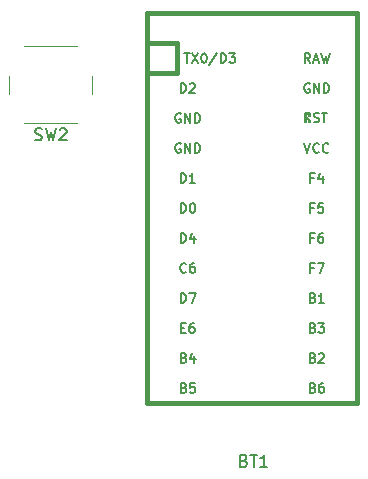
<source format=gto>
G04 #@! TF.GenerationSoftware,KiCad,Pcbnew,(5.1.4-0)*
G04 #@! TF.CreationDate,2020-10-31T16:51:09+08:00*
G04 #@! TF.ProjectId,ahokore,61686f6b-6f72-4652-9e6b-696361645f70,rev?*
G04 #@! TF.SameCoordinates,Original*
G04 #@! TF.FileFunction,Legend,Top*
G04 #@! TF.FilePolarity,Positive*
%FSLAX46Y46*%
G04 Gerber Fmt 4.6, Leading zero omitted, Abs format (unit mm)*
G04 Created by KiCad (PCBNEW (5.1.4-0)) date 2020-10-31 16:51:09*
%MOMM*%
%LPD*%
G04 APERTURE LIST*
%ADD10C,0.381000*%
%ADD11C,0.150000*%
%ADD12C,0.120000*%
%ADD13C,0.010000*%
%ADD14C,4.502000*%
%ADD15C,1.802000*%
%ADD16C,2.102000*%
%ADD17C,3.502000*%
%ADD18C,1.302000*%
%ADD19C,1.702000*%
%ADD20C,0.100000*%
%ADD21C,1.854600*%
%ADD22R,1.854600X1.854600*%
%ADD23C,2.352000*%
%ADD24C,1.352000*%
%ADD25C,2.402000*%
G04 APERTURE END LIST*
D10*
X-6025000Y90790000D02*
X-8565000Y90790000D01*
X-8565000Y93330000D02*
X-8565000Y90790000D01*
X9215000Y93330000D02*
X-8565000Y93330000D01*
X9215000Y90790000D02*
X9215000Y93330000D01*
D11*
G36*
X5256568Y84310640D02*
G01*
X5256568Y84110640D01*
X5156568Y84110640D01*
X5156568Y84310640D01*
X5256568Y84310640D01*
G37*
X5256568Y84310640D02*
X5256568Y84110640D01*
X5156568Y84110640D01*
X5156568Y84310640D01*
X5256568Y84310640D01*
G36*
X4856568Y84910640D02*
G01*
X4856568Y84110640D01*
X4756568Y84110640D01*
X4756568Y84910640D01*
X4856568Y84910640D01*
G37*
X4856568Y84910640D02*
X4856568Y84110640D01*
X4756568Y84110640D01*
X4756568Y84910640D01*
X4856568Y84910640D01*
G36*
X5256568Y84910640D02*
G01*
X5256568Y84810640D01*
X4756568Y84810640D01*
X4756568Y84910640D01*
X5256568Y84910640D01*
G37*
X5256568Y84910640D02*
X5256568Y84810640D01*
X4756568Y84810640D01*
X4756568Y84910640D01*
X5256568Y84910640D01*
G36*
X5056568Y84510640D02*
G01*
X5056568Y84410640D01*
X4956568Y84410640D01*
X4956568Y84510640D01*
X5056568Y84510640D01*
G37*
X5056568Y84510640D02*
X5056568Y84410640D01*
X4956568Y84410640D01*
X4956568Y84510640D01*
X5056568Y84510640D01*
G36*
X5256568Y84910640D02*
G01*
X5256568Y84610640D01*
X5156568Y84610640D01*
X5156568Y84910640D01*
X5256568Y84910640D01*
G37*
X5256568Y84910640D02*
X5256568Y84610640D01*
X5156568Y84610640D01*
X5156568Y84910640D01*
X5256568Y84910640D01*
D10*
X-6025000Y88250000D02*
X-8565000Y88250000D01*
X-6025000Y90790000D02*
X-6025000Y88250000D01*
X9215000Y60310000D02*
X9215000Y90790000D01*
X-8565000Y60310000D02*
X9215000Y60310000D01*
X-8565000Y90790000D02*
X-8565000Y60310000D01*
D12*
X-20227393Y88040403D02*
X-20227393Y86540403D01*
X-18977393Y84040403D02*
X-14477393Y84040403D01*
X-13227393Y86540403D02*
X-13227393Y88040403D01*
X-14477393Y90540403D02*
X-18977393Y90540403D01*
D11*
X-5437348Y89958095D02*
X-4980205Y89958095D01*
X-5208776Y89158095D02*
X-5208776Y89958095D01*
X-4789729Y89958095D02*
X-4256395Y89158095D01*
X-4256395Y89958095D02*
X-4789729Y89158095D01*
X-3799252Y89958095D02*
X-3723062Y89958095D01*
X-3646871Y89920000D01*
X-3608776Y89881904D01*
X-3570681Y89805714D01*
X-3532586Y89653333D01*
X-3532586Y89462857D01*
X-3570681Y89310476D01*
X-3608776Y89234285D01*
X-3646871Y89196190D01*
X-3723062Y89158095D01*
X-3799252Y89158095D01*
X-3875443Y89196190D01*
X-3913538Y89234285D01*
X-3951633Y89310476D01*
X-3989729Y89462857D01*
X-3989729Y89653333D01*
X-3951633Y89805714D01*
X-3913538Y89881904D01*
X-3875443Y89920000D01*
X-3799252Y89958095D01*
X-2618300Y89996190D02*
X-3304014Y88967619D01*
X-2351633Y89158095D02*
X-2351633Y89958095D01*
X-2161157Y89958095D01*
X-2046872Y89920000D01*
X-1970681Y89843809D01*
X-1932586Y89767619D01*
X-1894491Y89615238D01*
X-1894491Y89500952D01*
X-1932586Y89348571D01*
X-1970681Y89272380D01*
X-2046872Y89196190D01*
X-2161157Y89158095D01*
X-2351633Y89158095D01*
X-1627824Y89958095D02*
X-1132586Y89958095D01*
X-1399252Y89653333D01*
X-1284967Y89653333D01*
X-1208776Y89615238D01*
X-1170681Y89577142D01*
X-1132586Y89500952D01*
X-1132586Y89310476D01*
X-1170681Y89234285D01*
X-1208776Y89196190D01*
X-1284967Y89158095D01*
X-1513538Y89158095D01*
X-1589729Y89196190D01*
X-1627824Y89234285D01*
X-5726476Y86618095D02*
X-5726476Y87418095D01*
X-5536000Y87418095D01*
X-5421714Y87380000D01*
X-5345523Y87303809D01*
X-5307428Y87227619D01*
X-5269333Y87075238D01*
X-5269333Y86960952D01*
X-5307428Y86808571D01*
X-5345523Y86732380D01*
X-5421714Y86656190D01*
X-5536000Y86618095D01*
X-5726476Y86618095D01*
X-4964571Y87341904D02*
X-4926476Y87380000D01*
X-4850285Y87418095D01*
X-4659809Y87418095D01*
X-4583619Y87380000D01*
X-4545523Y87341904D01*
X-4507428Y87265714D01*
X-4507428Y87189523D01*
X-4545523Y87075238D01*
X-5002666Y86618095D01*
X-4507428Y86618095D01*
X-5726476Y76458095D02*
X-5726476Y77258095D01*
X-5536000Y77258095D01*
X-5421714Y77220000D01*
X-5345523Y77143809D01*
X-5307428Y77067619D01*
X-5269333Y76915238D01*
X-5269333Y76800952D01*
X-5307428Y76648571D01*
X-5345523Y76572380D01*
X-5421714Y76496190D01*
X-5536000Y76458095D01*
X-5726476Y76458095D01*
X-4774095Y77258095D02*
X-4697904Y77258095D01*
X-4621714Y77220000D01*
X-4583619Y77181904D01*
X-4545523Y77105714D01*
X-4507428Y76953333D01*
X-4507428Y76762857D01*
X-4545523Y76610476D01*
X-4583619Y76534285D01*
X-4621714Y76496190D01*
X-4697904Y76458095D01*
X-4774095Y76458095D01*
X-4850285Y76496190D01*
X-4888380Y76534285D01*
X-4926476Y76610476D01*
X-4964571Y76762857D01*
X-4964571Y76953333D01*
X-4926476Y77105714D01*
X-4888380Y77181904D01*
X-4850285Y77220000D01*
X-4774095Y77258095D01*
X-5726476Y78998095D02*
X-5726476Y79798095D01*
X-5536000Y79798095D01*
X-5421714Y79760000D01*
X-5345523Y79683809D01*
X-5307428Y79607619D01*
X-5269333Y79455238D01*
X-5269333Y79340952D01*
X-5307428Y79188571D01*
X-5345523Y79112380D01*
X-5421714Y79036190D01*
X-5536000Y78998095D01*
X-5726476Y78998095D01*
X-4507428Y78998095D02*
X-4964571Y78998095D01*
X-4736000Y78998095D02*
X-4736000Y79798095D01*
X-4812190Y79683809D01*
X-4888380Y79607619D01*
X-4964571Y79569523D01*
X-5745523Y82300000D02*
X-5821714Y82338095D01*
X-5936000Y82338095D01*
X-6050285Y82300000D01*
X-6126476Y82223809D01*
X-6164571Y82147619D01*
X-6202666Y81995238D01*
X-6202666Y81880952D01*
X-6164571Y81728571D01*
X-6126476Y81652380D01*
X-6050285Y81576190D01*
X-5936000Y81538095D01*
X-5859809Y81538095D01*
X-5745523Y81576190D01*
X-5707428Y81614285D01*
X-5707428Y81880952D01*
X-5859809Y81880952D01*
X-5364571Y81538095D02*
X-5364571Y82338095D01*
X-4907428Y81538095D01*
X-4907428Y82338095D01*
X-4526476Y81538095D02*
X-4526476Y82338095D01*
X-4336000Y82338095D01*
X-4221714Y82300000D01*
X-4145523Y82223809D01*
X-4107428Y82147619D01*
X-4069333Y81995238D01*
X-4069333Y81880952D01*
X-4107428Y81728571D01*
X-4145523Y81652380D01*
X-4221714Y81576190D01*
X-4336000Y81538095D01*
X-4526476Y81538095D01*
X-5745523Y84840000D02*
X-5821714Y84878095D01*
X-5936000Y84878095D01*
X-6050285Y84840000D01*
X-6126476Y84763809D01*
X-6164571Y84687619D01*
X-6202666Y84535238D01*
X-6202666Y84420952D01*
X-6164571Y84268571D01*
X-6126476Y84192380D01*
X-6050285Y84116190D01*
X-5936000Y84078095D01*
X-5859809Y84078095D01*
X-5745523Y84116190D01*
X-5707428Y84154285D01*
X-5707428Y84420952D01*
X-5859809Y84420952D01*
X-5364571Y84078095D02*
X-5364571Y84878095D01*
X-4907428Y84078095D01*
X-4907428Y84878095D01*
X-4526476Y84078095D02*
X-4526476Y84878095D01*
X-4336000Y84878095D01*
X-4221714Y84840000D01*
X-4145523Y84763809D01*
X-4107428Y84687619D01*
X-4069333Y84535238D01*
X-4069333Y84420952D01*
X-4107428Y84268571D01*
X-4145523Y84192380D01*
X-4221714Y84116190D01*
X-4336000Y84078095D01*
X-4526476Y84078095D01*
X-5726476Y73918095D02*
X-5726476Y74718095D01*
X-5536000Y74718095D01*
X-5421714Y74680000D01*
X-5345523Y74603809D01*
X-5307428Y74527619D01*
X-5269333Y74375238D01*
X-5269333Y74260952D01*
X-5307428Y74108571D01*
X-5345523Y74032380D01*
X-5421714Y73956190D01*
X-5536000Y73918095D01*
X-5726476Y73918095D01*
X-4583619Y74451428D02*
X-4583619Y73918095D01*
X-4774095Y74756190D02*
X-4964571Y74184761D01*
X-4469333Y74184761D01*
X-5269333Y71454285D02*
X-5307428Y71416190D01*
X-5421714Y71378095D01*
X-5497904Y71378095D01*
X-5612190Y71416190D01*
X-5688380Y71492380D01*
X-5726476Y71568571D01*
X-5764571Y71720952D01*
X-5764571Y71835238D01*
X-5726476Y71987619D01*
X-5688380Y72063809D01*
X-5612190Y72140000D01*
X-5497904Y72178095D01*
X-5421714Y72178095D01*
X-5307428Y72140000D01*
X-5269333Y72101904D01*
X-4583619Y72178095D02*
X-4736000Y72178095D01*
X-4812190Y72140000D01*
X-4850285Y72101904D01*
X-4926476Y71987619D01*
X-4964571Y71835238D01*
X-4964571Y71530476D01*
X-4926476Y71454285D01*
X-4888380Y71416190D01*
X-4812190Y71378095D01*
X-4659809Y71378095D01*
X-4583619Y71416190D01*
X-4545523Y71454285D01*
X-4507428Y71530476D01*
X-4507428Y71720952D01*
X-4545523Y71797142D01*
X-4583619Y71835238D01*
X-4659809Y71873333D01*
X-4812190Y71873333D01*
X-4888380Y71835238D01*
X-4926476Y71797142D01*
X-4964571Y71720952D01*
X-5726476Y68838095D02*
X-5726476Y69638095D01*
X-5536000Y69638095D01*
X-5421714Y69600000D01*
X-5345523Y69523809D01*
X-5307428Y69447619D01*
X-5269333Y69295238D01*
X-5269333Y69180952D01*
X-5307428Y69028571D01*
X-5345523Y68952380D01*
X-5421714Y68876190D01*
X-5536000Y68838095D01*
X-5726476Y68838095D01*
X-5002666Y69638095D02*
X-4469333Y69638095D01*
X-4812190Y68838095D01*
X-5688380Y66717142D02*
X-5421714Y66717142D01*
X-5307428Y66298095D02*
X-5688380Y66298095D01*
X-5688380Y67098095D01*
X-5307428Y67098095D01*
X-4621714Y67098095D02*
X-4774095Y67098095D01*
X-4850285Y67060000D01*
X-4888380Y67021904D01*
X-4964571Y66907619D01*
X-5002666Y66755238D01*
X-5002666Y66450476D01*
X-4964571Y66374285D01*
X-4926476Y66336190D01*
X-4850285Y66298095D01*
X-4697904Y66298095D01*
X-4621714Y66336190D01*
X-4583619Y66374285D01*
X-4545523Y66450476D01*
X-4545523Y66640952D01*
X-4583619Y66717142D01*
X-4621714Y66755238D01*
X-4697904Y66793333D01*
X-4850285Y66793333D01*
X-4926476Y66755238D01*
X-4964571Y66717142D01*
X-5002666Y66640952D01*
X-5459809Y64177142D02*
X-5345523Y64139047D01*
X-5307428Y64100952D01*
X-5269333Y64024761D01*
X-5269333Y63910476D01*
X-5307428Y63834285D01*
X-5345523Y63796190D01*
X-5421714Y63758095D01*
X-5726476Y63758095D01*
X-5726476Y64558095D01*
X-5459809Y64558095D01*
X-5383619Y64520000D01*
X-5345523Y64481904D01*
X-5307428Y64405714D01*
X-5307428Y64329523D01*
X-5345523Y64253333D01*
X-5383619Y64215238D01*
X-5459809Y64177142D01*
X-5726476Y64177142D01*
X-4583619Y64291428D02*
X-4583619Y63758095D01*
X-4774095Y64596190D02*
X-4964571Y64024761D01*
X-4469333Y64024761D01*
X-5459809Y61637142D02*
X-5345523Y61599047D01*
X-5307428Y61560952D01*
X-5269333Y61484761D01*
X-5269333Y61370476D01*
X-5307428Y61294285D01*
X-5345523Y61256190D01*
X-5421714Y61218095D01*
X-5726476Y61218095D01*
X-5726476Y62018095D01*
X-5459809Y62018095D01*
X-5383619Y61980000D01*
X-5345523Y61941904D01*
X-5307428Y61865714D01*
X-5307428Y61789523D01*
X-5345523Y61713333D01*
X-5383619Y61675238D01*
X-5459809Y61637142D01*
X-5726476Y61637142D01*
X-4545523Y62018095D02*
X-4926476Y62018095D01*
X-4964571Y61637142D01*
X-4926476Y61675238D01*
X-4850285Y61713333D01*
X-4659809Y61713333D01*
X-4583619Y61675238D01*
X-4545523Y61637142D01*
X-4507428Y61560952D01*
X-4507428Y61370476D01*
X-4545523Y61294285D01*
X-4583619Y61256190D01*
X-4659809Y61218095D01*
X-4850285Y61218095D01*
X-4926476Y61256190D01*
X-4964571Y61294285D01*
X5462190Y61637142D02*
X5576476Y61599047D01*
X5614571Y61560952D01*
X5652666Y61484761D01*
X5652666Y61370476D01*
X5614571Y61294285D01*
X5576476Y61256190D01*
X5500285Y61218095D01*
X5195523Y61218095D01*
X5195523Y62018095D01*
X5462190Y62018095D01*
X5538380Y61980000D01*
X5576476Y61941904D01*
X5614571Y61865714D01*
X5614571Y61789523D01*
X5576476Y61713333D01*
X5538380Y61675238D01*
X5462190Y61637142D01*
X5195523Y61637142D01*
X6338380Y62018095D02*
X6186000Y62018095D01*
X6109809Y61980000D01*
X6071714Y61941904D01*
X5995523Y61827619D01*
X5957428Y61675238D01*
X5957428Y61370476D01*
X5995523Y61294285D01*
X6033619Y61256190D01*
X6109809Y61218095D01*
X6262190Y61218095D01*
X6338380Y61256190D01*
X6376476Y61294285D01*
X6414571Y61370476D01*
X6414571Y61560952D01*
X6376476Y61637142D01*
X6338380Y61675238D01*
X6262190Y61713333D01*
X6109809Y61713333D01*
X6033619Y61675238D01*
X5995523Y61637142D01*
X5957428Y61560952D01*
X5462190Y66717142D02*
X5576476Y66679047D01*
X5614571Y66640952D01*
X5652666Y66564761D01*
X5652666Y66450476D01*
X5614571Y66374285D01*
X5576476Y66336190D01*
X5500285Y66298095D01*
X5195523Y66298095D01*
X5195523Y67098095D01*
X5462190Y67098095D01*
X5538380Y67060000D01*
X5576476Y67021904D01*
X5614571Y66945714D01*
X5614571Y66869523D01*
X5576476Y66793333D01*
X5538380Y66755238D01*
X5462190Y66717142D01*
X5195523Y66717142D01*
X5919333Y67098095D02*
X6414571Y67098095D01*
X6147904Y66793333D01*
X6262190Y66793333D01*
X6338380Y66755238D01*
X6376476Y66717142D01*
X6414571Y66640952D01*
X6414571Y66450476D01*
X6376476Y66374285D01*
X6338380Y66336190D01*
X6262190Y66298095D01*
X6033619Y66298095D01*
X5957428Y66336190D01*
X5919333Y66374285D01*
X5462190Y69257142D02*
X5576476Y69219047D01*
X5614571Y69180952D01*
X5652666Y69104761D01*
X5652666Y68990476D01*
X5614571Y68914285D01*
X5576476Y68876190D01*
X5500285Y68838095D01*
X5195523Y68838095D01*
X5195523Y69638095D01*
X5462190Y69638095D01*
X5538380Y69600000D01*
X5576476Y69561904D01*
X5614571Y69485714D01*
X5614571Y69409523D01*
X5576476Y69333333D01*
X5538380Y69295238D01*
X5462190Y69257142D01*
X5195523Y69257142D01*
X6414571Y68838095D02*
X5957428Y68838095D01*
X6186000Y68838095D02*
X6186000Y69638095D01*
X6109809Y69523809D01*
X6033619Y69447619D01*
X5957428Y69409523D01*
X5519333Y79417142D02*
X5252666Y79417142D01*
X5252666Y78998095D02*
X5252666Y79798095D01*
X5633619Y79798095D01*
X6281238Y79531428D02*
X6281238Y78998095D01*
X6090761Y79836190D02*
X5900285Y79264761D01*
X6395523Y79264761D01*
X4719333Y82338095D02*
X4986000Y81538095D01*
X5252666Y82338095D01*
X5976476Y81614285D02*
X5938380Y81576190D01*
X5824095Y81538095D01*
X5747904Y81538095D01*
X5633619Y81576190D01*
X5557428Y81652380D01*
X5519333Y81728571D01*
X5481238Y81880952D01*
X5481238Y81995238D01*
X5519333Y82147619D01*
X5557428Y82223809D01*
X5633619Y82300000D01*
X5747904Y82338095D01*
X5824095Y82338095D01*
X5938380Y82300000D01*
X5976476Y82261904D01*
X6776476Y81614285D02*
X6738380Y81576190D01*
X6624095Y81538095D01*
X6547904Y81538095D01*
X6433619Y81576190D01*
X6357428Y81652380D01*
X6319333Y81728571D01*
X6281238Y81880952D01*
X6281238Y81995238D01*
X6319333Y82147619D01*
X6357428Y82223809D01*
X6433619Y82300000D01*
X6547904Y82338095D01*
X6624095Y82338095D01*
X6738380Y82300000D01*
X6776476Y82261904D01*
X5524786Y84146190D02*
X5639072Y84108095D01*
X5829548Y84108095D01*
X5905739Y84146190D01*
X5943834Y84184285D01*
X5981929Y84260476D01*
X5981929Y84336666D01*
X5943834Y84412857D01*
X5905739Y84450952D01*
X5829548Y84489047D01*
X5677167Y84527142D01*
X5600977Y84565238D01*
X5562881Y84603333D01*
X5524786Y84679523D01*
X5524786Y84755714D01*
X5562881Y84831904D01*
X5600977Y84870000D01*
X5677167Y84908095D01*
X5867643Y84908095D01*
X5981929Y84870000D01*
X6210500Y84908095D02*
X6667643Y84908095D01*
X6439072Y84108095D02*
X6439072Y84908095D01*
X5176476Y87380000D02*
X5100285Y87418095D01*
X4986000Y87418095D01*
X4871714Y87380000D01*
X4795523Y87303809D01*
X4757428Y87227619D01*
X4719333Y87075238D01*
X4719333Y86960952D01*
X4757428Y86808571D01*
X4795523Y86732380D01*
X4871714Y86656190D01*
X4986000Y86618095D01*
X5062190Y86618095D01*
X5176476Y86656190D01*
X5214571Y86694285D01*
X5214571Y86960952D01*
X5062190Y86960952D01*
X5557428Y86618095D02*
X5557428Y87418095D01*
X6014571Y86618095D01*
X6014571Y87418095D01*
X6395523Y86618095D02*
X6395523Y87418095D01*
X6585999Y87418095D01*
X6700285Y87380000D01*
X6776476Y87303809D01*
X6814571Y87227619D01*
X6852666Y87075238D01*
X6852666Y86960952D01*
X6814571Y86808571D01*
X6776476Y86732380D01*
X6700285Y86656190D01*
X6585999Y86618095D01*
X6395523Y86618095D01*
X5233619Y89158095D02*
X4966952Y89539047D01*
X4776476Y89158095D02*
X4776476Y89958095D01*
X5081238Y89958095D01*
X5157428Y89920000D01*
X5195523Y89881904D01*
X5233619Y89805714D01*
X5233619Y89691428D01*
X5195523Y89615238D01*
X5157428Y89577142D01*
X5081238Y89539047D01*
X4776476Y89539047D01*
X5538380Y89386666D02*
X5919333Y89386666D01*
X5462190Y89158095D02*
X5728857Y89958095D01*
X5995523Y89158095D01*
X6186000Y89958095D02*
X6376476Y89158095D01*
X6528857Y89729523D01*
X6681238Y89158095D01*
X6871714Y89958095D01*
X5519333Y76877142D02*
X5252666Y76877142D01*
X5252666Y76458095D02*
X5252666Y77258095D01*
X5633619Y77258095D01*
X6319333Y77258095D02*
X5938380Y77258095D01*
X5900285Y76877142D01*
X5938380Y76915238D01*
X6014571Y76953333D01*
X6205047Y76953333D01*
X6281238Y76915238D01*
X6319333Y76877142D01*
X6357428Y76800952D01*
X6357428Y76610476D01*
X6319333Y76534285D01*
X6281238Y76496190D01*
X6205047Y76458095D01*
X6014571Y76458095D01*
X5938380Y76496190D01*
X5900285Y76534285D01*
X5519333Y74337142D02*
X5252666Y74337142D01*
X5252666Y73918095D02*
X5252666Y74718095D01*
X5633619Y74718095D01*
X6281238Y74718095D02*
X6128857Y74718095D01*
X6052666Y74680000D01*
X6014571Y74641904D01*
X5938380Y74527619D01*
X5900285Y74375238D01*
X5900285Y74070476D01*
X5938380Y73994285D01*
X5976476Y73956190D01*
X6052666Y73918095D01*
X6205047Y73918095D01*
X6281238Y73956190D01*
X6319333Y73994285D01*
X6357428Y74070476D01*
X6357428Y74260952D01*
X6319333Y74337142D01*
X6281238Y74375238D01*
X6205047Y74413333D01*
X6052666Y74413333D01*
X5976476Y74375238D01*
X5938380Y74337142D01*
X5900285Y74260952D01*
X5519333Y71797142D02*
X5252666Y71797142D01*
X5252666Y71378095D02*
X5252666Y72178095D01*
X5633619Y72178095D01*
X5862190Y72178095D02*
X6395523Y72178095D01*
X6052666Y71378095D01*
X5462190Y64177142D02*
X5576476Y64139047D01*
X5614571Y64100952D01*
X5652666Y64024761D01*
X5652666Y63910476D01*
X5614571Y63834285D01*
X5576476Y63796190D01*
X5500285Y63758095D01*
X5195523Y63758095D01*
X5195523Y64558095D01*
X5462190Y64558095D01*
X5538380Y64520000D01*
X5576476Y64481904D01*
X5614571Y64405714D01*
X5614571Y64329523D01*
X5576476Y64253333D01*
X5538380Y64215238D01*
X5462190Y64177142D01*
X5195523Y64177142D01*
X5957428Y64481904D02*
X5995523Y64520000D01*
X6071714Y64558095D01*
X6262190Y64558095D01*
X6338380Y64520000D01*
X6376476Y64481904D01*
X6414571Y64405714D01*
X6414571Y64329523D01*
X6376476Y64215238D01*
X5919333Y63758095D01*
X6414571Y63758095D01*
X-18060726Y82635641D02*
X-17917869Y82588022D01*
X-17679773Y82588022D01*
X-17584535Y82635641D01*
X-17536916Y82683260D01*
X-17489297Y82778498D01*
X-17489297Y82873736D01*
X-17536916Y82968974D01*
X-17584535Y83016593D01*
X-17679773Y83064212D01*
X-17870250Y83111831D01*
X-17965488Y83159450D01*
X-18013107Y83207069D01*
X-18060726Y83302307D01*
X-18060726Y83397545D01*
X-18013107Y83492783D01*
X-17965488Y83540403D01*
X-17870250Y83588022D01*
X-17632154Y83588022D01*
X-17489297Y83540403D01*
X-17155964Y83588022D02*
X-16917869Y82588022D01*
X-16727392Y83302307D01*
X-16536916Y82588022D01*
X-16298821Y83588022D01*
X-15965488Y83492783D02*
X-15917869Y83540403D01*
X-15822631Y83588022D01*
X-15584535Y83588022D01*
X-15489297Y83540403D01*
X-15441678Y83492783D01*
X-15394059Y83397545D01*
X-15394059Y83302307D01*
X-15441678Y83159450D01*
X-16013107Y82588022D01*
X-15394059Y82588022D01*
X-360714Y55471428D02*
X-217857Y55423809D01*
X-170238Y55376190D01*
X-122619Y55280952D01*
X-122619Y55138095D01*
X-170238Y55042857D01*
X-217857Y54995238D01*
X-313095Y54947619D01*
X-694047Y54947619D01*
X-694047Y55947619D01*
X-360714Y55947619D01*
X-265476Y55900000D01*
X-217857Y55852380D01*
X-170238Y55757142D01*
X-170238Y55661904D01*
X-217857Y55566666D01*
X-265476Y55519047D01*
X-360714Y55471428D01*
X-694047Y55471428D01*
X163095Y55947619D02*
X734523Y55947619D01*
X448809Y54947619D02*
X448809Y55947619D01*
X1591666Y54947619D02*
X1020238Y54947619D01*
X1305952Y54947619D02*
X1305952Y55947619D01*
X1210714Y55804761D01*
X1115476Y55709523D01*
X1020238Y55661904D01*
%LPC*%
D13*
G36*
X10514664Y13214243D02*
G01*
X10618431Y13196590D01*
X10719096Y13160505D01*
X10737457Y13151912D01*
X10842477Y13089618D01*
X10935302Y13011379D01*
X11013683Y12919884D01*
X11075369Y12817825D01*
X11118107Y12707890D01*
X11122539Y12691682D01*
X11133177Y12631395D01*
X11138692Y12557940D01*
X11139089Y12479592D01*
X11134373Y12404628D01*
X11124547Y12341323D01*
X11122340Y12332205D01*
X11081728Y12217255D01*
X11023545Y12113774D01*
X10949801Y12023094D01*
X10862504Y11946544D01*
X10763662Y11885454D01*
X10655286Y11841155D01*
X10539382Y11814978D01*
X10417960Y11808252D01*
X10340582Y11814461D01*
X10234872Y11838927D01*
X10131283Y11882605D01*
X10034386Y11942797D01*
X9948750Y12016804D01*
X9897265Y12076289D01*
X9831202Y12180654D01*
X9785174Y12291017D01*
X9758783Y12405093D01*
X9751630Y12520597D01*
X9763316Y12635244D01*
X9793444Y12746750D01*
X9841615Y12852829D01*
X9907429Y12951196D01*
X9990490Y13039567D01*
X10076999Y13106893D01*
X10171561Y13159939D01*
X10271083Y13194688D01*
X10380952Y13212926D01*
X10401878Y13214568D01*
X10514664Y13214243D01*
X10514664Y13214243D01*
G37*
X10514664Y13214243D02*
X10618431Y13196590D01*
X10719096Y13160505D01*
X10737457Y13151912D01*
X10842477Y13089618D01*
X10935302Y13011379D01*
X11013683Y12919884D01*
X11075369Y12817825D01*
X11118107Y12707890D01*
X11122539Y12691682D01*
X11133177Y12631395D01*
X11138692Y12557940D01*
X11139089Y12479592D01*
X11134373Y12404628D01*
X11124547Y12341323D01*
X11122340Y12332205D01*
X11081728Y12217255D01*
X11023545Y12113774D01*
X10949801Y12023094D01*
X10862504Y11946544D01*
X10763662Y11885454D01*
X10655286Y11841155D01*
X10539382Y11814978D01*
X10417960Y11808252D01*
X10340582Y11814461D01*
X10234872Y11838927D01*
X10131283Y11882605D01*
X10034386Y11942797D01*
X9948750Y12016804D01*
X9897265Y12076289D01*
X9831202Y12180654D01*
X9785174Y12291017D01*
X9758783Y12405093D01*
X9751630Y12520597D01*
X9763316Y12635244D01*
X9793444Y12746750D01*
X9841615Y12852829D01*
X9907429Y12951196D01*
X9990490Y13039567D01*
X10076999Y13106893D01*
X10171561Y13159939D01*
X10271083Y13194688D01*
X10380952Y13212926D01*
X10401878Y13214568D01*
X10514664Y13214243D01*
G36*
X6678205Y8584034D02*
G01*
X6781973Y8566381D01*
X6882638Y8530297D01*
X6900998Y8521704D01*
X7006018Y8459410D01*
X7098844Y8381170D01*
X7177225Y8289676D01*
X7238910Y8187616D01*
X7281648Y8077682D01*
X7286080Y8061474D01*
X7296718Y8001186D01*
X7302234Y7927731D01*
X7302631Y7849384D01*
X7297914Y7774419D01*
X7288089Y7711114D01*
X7285882Y7701997D01*
X7245269Y7587047D01*
X7187087Y7483566D01*
X7113343Y7392886D01*
X7026045Y7316335D01*
X6927204Y7255246D01*
X6818827Y7210947D01*
X6702924Y7184769D01*
X6581502Y7178043D01*
X6504123Y7184253D01*
X6398413Y7208718D01*
X6294825Y7252397D01*
X6197927Y7312589D01*
X6112292Y7386596D01*
X6060807Y7446081D01*
X5994744Y7550446D01*
X5948716Y7660809D01*
X5922325Y7774885D01*
X5915171Y7890389D01*
X5926858Y8005036D01*
X5956986Y8116542D01*
X6005156Y8222621D01*
X6070971Y8320988D01*
X6154031Y8409359D01*
X6240540Y8476685D01*
X6335103Y8529731D01*
X6434624Y8564480D01*
X6544493Y8582717D01*
X6565420Y8584360D01*
X6678205Y8584034D01*
X6678205Y8584034D01*
G37*
X6678205Y8584034D02*
X6781973Y8566381D01*
X6882638Y8530297D01*
X6900998Y8521704D01*
X7006018Y8459410D01*
X7098844Y8381170D01*
X7177225Y8289676D01*
X7238910Y8187616D01*
X7281648Y8077682D01*
X7286080Y8061474D01*
X7296718Y8001186D01*
X7302234Y7927731D01*
X7302631Y7849384D01*
X7297914Y7774419D01*
X7288089Y7711114D01*
X7285882Y7701997D01*
X7245269Y7587047D01*
X7187087Y7483566D01*
X7113343Y7392886D01*
X7026045Y7316335D01*
X6927204Y7255246D01*
X6818827Y7210947D01*
X6702924Y7184769D01*
X6581502Y7178043D01*
X6504123Y7184253D01*
X6398413Y7208718D01*
X6294825Y7252397D01*
X6197927Y7312589D01*
X6112292Y7386596D01*
X6060807Y7446081D01*
X5994744Y7550446D01*
X5948716Y7660809D01*
X5922325Y7774885D01*
X5915171Y7890389D01*
X5926858Y8005036D01*
X5956986Y8116542D01*
X6005156Y8222621D01*
X6070971Y8320988D01*
X6154031Y8409359D01*
X6240540Y8476685D01*
X6335103Y8529731D01*
X6434624Y8564480D01*
X6544493Y8582717D01*
X6565420Y8584360D01*
X6678205Y8584034D01*
G36*
X11139844Y5236285D02*
G01*
X9761806Y5236285D01*
X9761806Y11266580D01*
X11139844Y11266580D01*
X11139844Y5236285D01*
X11139844Y5236285D01*
G37*
X11139844Y5236285D02*
X9761806Y5236285D01*
X9761806Y11266580D01*
X11139844Y11266580D01*
X11139844Y5236285D01*
G36*
X9155469Y5236285D02*
G01*
X7777431Y5236285D01*
X7777431Y15687327D01*
X9155469Y15687327D01*
X9155469Y5236285D01*
X9155469Y5236285D01*
G37*
X9155469Y5236285D02*
X7777431Y5236285D01*
X7777431Y15687327D01*
X9155469Y15687327D01*
X9155469Y5236285D01*
G36*
X4742509Y11266560D02*
G01*
X4987016Y11266501D01*
X5224797Y11266405D01*
X5454938Y11266274D01*
X5676524Y11266109D01*
X5888643Y11265911D01*
X6090380Y11265683D01*
X6280823Y11265427D01*
X6459057Y11265143D01*
X6624170Y11264834D01*
X6775247Y11264501D01*
X6911374Y11264146D01*
X7031639Y11263771D01*
X7135128Y11263377D01*
X7220927Y11262966D01*
X7288122Y11262540D01*
X7335800Y11262100D01*
X7363048Y11261648D01*
X7369531Y11261293D01*
X7362727Y11252125D01*
X7343023Y11227207D01*
X7311485Y11187854D01*
X7269177Y11135378D01*
X7217163Y11071094D01*
X7156509Y10996315D01*
X7088278Y10912354D01*
X7013535Y10820526D01*
X6933345Y10722143D01*
X6848773Y10618521D01*
X6831259Y10597078D01*
X6767646Y10519199D01*
X6691147Y10425532D01*
X6602816Y10317369D01*
X6503710Y10196002D01*
X6394884Y10062726D01*
X6277393Y9918832D01*
X6152293Y9765612D01*
X6020639Y9604361D01*
X5883487Y9436370D01*
X5741892Y9262933D01*
X5596909Y9085341D01*
X5449594Y8904888D01*
X5301002Y8722866D01*
X5152189Y8540568D01*
X5004210Y8359287D01*
X4911671Y8245920D01*
X3530354Y6553689D01*
X5295603Y6550900D01*
X7060851Y6548110D01*
X7060851Y5236285D01*
X3928239Y5236285D01*
X3616900Y5236289D01*
X3326861Y5236306D01*
X3057375Y5236338D01*
X2807695Y5236392D01*
X2577073Y5236471D01*
X2364760Y5236581D01*
X2170010Y5236726D01*
X1992074Y5236910D01*
X1830205Y5237139D01*
X1683655Y5237416D01*
X1551676Y5237747D01*
X1433521Y5238136D01*
X1328442Y5238588D01*
X1235690Y5239107D01*
X1154519Y5239699D01*
X1084181Y5240366D01*
X1023928Y5241116D01*
X973011Y5241951D01*
X930685Y5242876D01*
X896199Y5243897D01*
X868808Y5245018D01*
X847763Y5246242D01*
X832317Y5247576D01*
X821721Y5249024D01*
X815228Y5250590D01*
X812091Y5252279D01*
X811561Y5254096D01*
X812454Y5255577D01*
X820769Y5265662D01*
X842446Y5292138D01*
X876914Y5334307D01*
X923604Y5391469D01*
X981946Y5462928D01*
X1051371Y5547983D01*
X1131307Y5645938D01*
X1221187Y5756092D01*
X1320439Y5877748D01*
X1428494Y6010207D01*
X1544782Y6152771D01*
X1668734Y6304741D01*
X1799778Y6465418D01*
X1937347Y6634105D01*
X2080870Y6810102D01*
X2229776Y6992710D01*
X2383497Y7181233D01*
X2541462Y7374970D01*
X2703102Y7573224D01*
X2739228Y7617535D01*
X4649176Y9960200D01*
X1614844Y9965790D01*
X1614844Y11266580D01*
X4492188Y11266580D01*
X4742509Y11266560D01*
X4742509Y11266560D01*
G37*
X4742509Y11266560D02*
X4987016Y11266501D01*
X5224797Y11266405D01*
X5454938Y11266274D01*
X5676524Y11266109D01*
X5888643Y11265911D01*
X6090380Y11265683D01*
X6280823Y11265427D01*
X6459057Y11265143D01*
X6624170Y11264834D01*
X6775247Y11264501D01*
X6911374Y11264146D01*
X7031639Y11263771D01*
X7135128Y11263377D01*
X7220927Y11262966D01*
X7288122Y11262540D01*
X7335800Y11262100D01*
X7363048Y11261648D01*
X7369531Y11261293D01*
X7362727Y11252125D01*
X7343023Y11227207D01*
X7311485Y11187854D01*
X7269177Y11135378D01*
X7217163Y11071094D01*
X7156509Y10996315D01*
X7088278Y10912354D01*
X7013535Y10820526D01*
X6933345Y10722143D01*
X6848773Y10618521D01*
X6831259Y10597078D01*
X6767646Y10519199D01*
X6691147Y10425532D01*
X6602816Y10317369D01*
X6503710Y10196002D01*
X6394884Y10062726D01*
X6277393Y9918832D01*
X6152293Y9765612D01*
X6020639Y9604361D01*
X5883487Y9436370D01*
X5741892Y9262933D01*
X5596909Y9085341D01*
X5449594Y8904888D01*
X5301002Y8722866D01*
X5152189Y8540568D01*
X5004210Y8359287D01*
X4911671Y8245920D01*
X3530354Y6553689D01*
X5295603Y6550900D01*
X7060851Y6548110D01*
X7060851Y5236285D01*
X3928239Y5236285D01*
X3616900Y5236289D01*
X3326861Y5236306D01*
X3057375Y5236338D01*
X2807695Y5236392D01*
X2577073Y5236471D01*
X2364760Y5236581D01*
X2170010Y5236726D01*
X1992074Y5236910D01*
X1830205Y5237139D01*
X1683655Y5237416D01*
X1551676Y5237747D01*
X1433521Y5238136D01*
X1328442Y5238588D01*
X1235690Y5239107D01*
X1154519Y5239699D01*
X1084181Y5240366D01*
X1023928Y5241116D01*
X973011Y5241951D01*
X930685Y5242876D01*
X896199Y5243897D01*
X868808Y5245018D01*
X847763Y5246242D01*
X832317Y5247576D01*
X821721Y5249024D01*
X815228Y5250590D01*
X812091Y5252279D01*
X811561Y5254096D01*
X812454Y5255577D01*
X820769Y5265662D01*
X842446Y5292138D01*
X876914Y5334307D01*
X923604Y5391469D01*
X981946Y5462928D01*
X1051371Y5547983D01*
X1131307Y5645938D01*
X1221187Y5756092D01*
X1320439Y5877748D01*
X1428494Y6010207D01*
X1544782Y6152771D01*
X1668734Y6304741D01*
X1799778Y6465418D01*
X1937347Y6634105D01*
X2080870Y6810102D01*
X2229776Y6992710D01*
X2383497Y7181233D01*
X2541462Y7374970D01*
X2703102Y7573224D01*
X2739228Y7617535D01*
X4649176Y9960200D01*
X1614844Y9965790D01*
X1614844Y11266580D01*
X4492188Y11266580D01*
X4742509Y11266560D01*
G36*
X-1342186Y11598867D02*
G01*
X-1179559Y11590291D01*
X-1029027Y11575133D01*
X-885924Y11552709D01*
X-745586Y11522336D01*
X-603350Y11483330D01*
X-507335Y11452913D01*
X-291316Y11370611D01*
X-88437Y11271127D01*
X102760Y11153560D01*
X283732Y11017010D01*
X455938Y10860575D01*
X463258Y10853299D01*
X622349Y10679474D01*
X764758Y10491953D01*
X890632Y10290453D01*
X1000118Y10074689D01*
X1093362Y9844377D01*
X1170512Y9599233D01*
X1222288Y9384964D01*
X1251452Y9227072D01*
X1275762Y9055170D01*
X1294786Y8875112D01*
X1308091Y8692751D01*
X1315244Y8513941D01*
X1315813Y8344536D01*
X1309956Y8199067D01*
X1302838Y8091580D01*
X-2952066Y8091580D01*
X-2944183Y8001210D01*
X-2917254Y7807664D01*
X-2871103Y7617531D01*
X-2806877Y7434159D01*
X-2725724Y7260895D01*
X-2642549Y7121441D01*
X-2600635Y7064558D01*
X-2546628Y7000402D01*
X-2484863Y6933376D01*
X-2419678Y6867881D01*
X-2355408Y6808317D01*
X-2296390Y6759086D01*
X-2258873Y6732043D01*
X-2115330Y6648425D01*
X-1967462Y6583264D01*
X-1812625Y6535819D01*
X-1648177Y6505347D01*
X-1471472Y6491109D01*
X-1394792Y6489791D01*
X-1219563Y6496345D01*
X-1059791Y6516738D01*
X-913094Y6551853D01*
X-777086Y6602574D01*
X-649386Y6669783D01*
X-527610Y6754363D01*
X-413244Y6853504D01*
X-321982Y6945329D01*
X-230546Y7047641D01*
X-137093Y7162744D01*
X-39779Y7292943D01*
X63241Y7440543D01*
X99416Y7494383D01*
X132950Y7543824D01*
X162725Y7586039D01*
X186448Y7617906D01*
X201826Y7636306D01*
X206115Y7639584D01*
X216609Y7634360D01*
X244267Y7619454D01*
X287043Y7596009D01*
X342894Y7565169D01*
X409775Y7528079D01*
X485643Y7485884D01*
X568454Y7439728D01*
X656163Y7390755D01*
X746727Y7340111D01*
X838102Y7288939D01*
X928242Y7238384D01*
X1015106Y7189590D01*
X1096648Y7143702D01*
X1170824Y7101864D01*
X1235591Y7065222D01*
X1288904Y7034918D01*
X1328719Y7012098D01*
X1352993Y6997907D01*
X1359682Y6993688D01*
X1357100Y6982267D01*
X1343423Y6955417D01*
X1320324Y6915684D01*
X1289475Y6865614D01*
X1252548Y6807753D01*
X1211217Y6744648D01*
X1167153Y6678844D01*
X1122030Y6612889D01*
X1077520Y6549329D01*
X1035295Y6490709D01*
X997028Y6439576D01*
X988248Y6428226D01*
X816747Y6221937D01*
X640153Y6036789D01*
X457668Y5872295D01*
X268492Y5727968D01*
X71828Y5603323D01*
X-133124Y5497873D01*
X-347164Y5411131D01*
X-571090Y5342612D01*
X-805700Y5291829D01*
X-904617Y5276100D01*
X-1015317Y5262541D01*
X-1136641Y5251668D01*
X-1262888Y5243720D01*
X-1388362Y5238938D01*
X-1507363Y5237565D01*
X-1614193Y5239839D01*
X-1675911Y5243507D01*
X-1884828Y5264319D01*
X-2076454Y5292482D01*
X-2254592Y5328931D01*
X-2423045Y5374602D01*
X-2585616Y5430429D01*
X-2746110Y5497350D01*
X-2789366Y5517340D01*
X-2993461Y5625604D01*
X-3187599Y5752799D01*
X-3370647Y5897648D01*
X-3541470Y6058875D01*
X-3698931Y6235204D01*
X-3841896Y6425358D01*
X-3969231Y6628060D01*
X-4079799Y6842035D01*
X-4172466Y7066005D01*
X-4176573Y7077344D01*
X-4241047Y7273164D01*
X-4293048Y7469028D01*
X-4333289Y7669050D01*
X-4362484Y7877343D01*
X-4381349Y8098023D01*
X-4389991Y8306554D01*
X-4388651Y8606718D01*
X-4370181Y8893350D01*
X-4334475Y9166929D01*
X-4320009Y9238108D01*
X-2861444Y9238108D01*
X-106504Y9238108D01*
X-126804Y9307010D01*
X-183510Y9475451D01*
X-249495Y9625810D01*
X-326173Y9760604D01*
X-414957Y9882348D01*
X-506356Y9982815D01*
X-615157Y10080153D01*
X-729948Y10160400D01*
X-853762Y10225039D01*
X-989630Y10275553D01*
X-1140587Y10313426D01*
X-1207247Y10325596D01*
X-1284454Y10335056D01*
X-1374914Y10340865D01*
X-1471817Y10343017D01*
X-1568353Y10341507D01*
X-1657714Y10336332D01*
X-1733089Y10327485D01*
X-1742057Y10325967D01*
X-1911115Y10285176D01*
X-2070707Y10224767D01*
X-2219897Y10145452D01*
X-2357747Y10047947D01*
X-2483324Y9932963D01*
X-2595690Y9801215D01*
X-2693909Y9653416D01*
X-2742674Y9563325D01*
X-2765758Y9513307D01*
X-2790994Y9452344D01*
X-2815618Y9387754D01*
X-2836862Y9326857D01*
X-2851961Y9276970D01*
X-2854129Y9268425D01*
X-2861444Y9238108D01*
X-4320009Y9238108D01*
X-4281427Y9427937D01*
X-4210929Y9676855D01*
X-4122874Y9914163D01*
X-4017155Y10140343D01*
X-3958293Y10248266D01*
X-3825780Y10458949D01*
X-3679059Y10653190D01*
X-3518685Y10830579D01*
X-3345214Y10990709D01*
X-3159204Y11133170D01*
X-2961209Y11257554D01*
X-2751787Y11363452D01*
X-2531494Y11450457D01*
X-2300886Y11518158D01*
X-2197872Y11541402D01*
X-2102148Y11560047D01*
X-2014200Y11574600D01*
X-1929032Y11585507D01*
X-1841649Y11593210D01*
X-1747053Y11598155D01*
X-1640250Y11600785D01*
X-1521571Y11601545D01*
X-1342186Y11598867D01*
X-1342186Y11598867D01*
G37*
X-1342186Y11598867D02*
X-1179559Y11590291D01*
X-1029027Y11575133D01*
X-885924Y11552709D01*
X-745586Y11522336D01*
X-603350Y11483330D01*
X-507335Y11452913D01*
X-291316Y11370611D01*
X-88437Y11271127D01*
X102760Y11153560D01*
X283732Y11017010D01*
X455938Y10860575D01*
X463258Y10853299D01*
X622349Y10679474D01*
X764758Y10491953D01*
X890632Y10290453D01*
X1000118Y10074689D01*
X1093362Y9844377D01*
X1170512Y9599233D01*
X1222288Y9384964D01*
X1251452Y9227072D01*
X1275762Y9055170D01*
X1294786Y8875112D01*
X1308091Y8692751D01*
X1315244Y8513941D01*
X1315813Y8344536D01*
X1309956Y8199067D01*
X1302838Y8091580D01*
X-2952066Y8091580D01*
X-2944183Y8001210D01*
X-2917254Y7807664D01*
X-2871103Y7617531D01*
X-2806877Y7434159D01*
X-2725724Y7260895D01*
X-2642549Y7121441D01*
X-2600635Y7064558D01*
X-2546628Y7000402D01*
X-2484863Y6933376D01*
X-2419678Y6867881D01*
X-2355408Y6808317D01*
X-2296390Y6759086D01*
X-2258873Y6732043D01*
X-2115330Y6648425D01*
X-1967462Y6583264D01*
X-1812625Y6535819D01*
X-1648177Y6505347D01*
X-1471472Y6491109D01*
X-1394792Y6489791D01*
X-1219563Y6496345D01*
X-1059791Y6516738D01*
X-913094Y6551853D01*
X-777086Y6602574D01*
X-649386Y6669783D01*
X-527610Y6754363D01*
X-413244Y6853504D01*
X-321982Y6945329D01*
X-230546Y7047641D01*
X-137093Y7162744D01*
X-39779Y7292943D01*
X63241Y7440543D01*
X99416Y7494383D01*
X132950Y7543824D01*
X162725Y7586039D01*
X186448Y7617906D01*
X201826Y7636306D01*
X206115Y7639584D01*
X216609Y7634360D01*
X244267Y7619454D01*
X287043Y7596009D01*
X342894Y7565169D01*
X409775Y7528079D01*
X485643Y7485884D01*
X568454Y7439728D01*
X656163Y7390755D01*
X746727Y7340111D01*
X838102Y7288939D01*
X928242Y7238384D01*
X1015106Y7189590D01*
X1096648Y7143702D01*
X1170824Y7101864D01*
X1235591Y7065222D01*
X1288904Y7034918D01*
X1328719Y7012098D01*
X1352993Y6997907D01*
X1359682Y6993688D01*
X1357100Y6982267D01*
X1343423Y6955417D01*
X1320324Y6915684D01*
X1289475Y6865614D01*
X1252548Y6807753D01*
X1211217Y6744648D01*
X1167153Y6678844D01*
X1122030Y6612889D01*
X1077520Y6549329D01*
X1035295Y6490709D01*
X997028Y6439576D01*
X988248Y6428226D01*
X816747Y6221937D01*
X640153Y6036789D01*
X457668Y5872295D01*
X268492Y5727968D01*
X71828Y5603323D01*
X-133124Y5497873D01*
X-347164Y5411131D01*
X-571090Y5342612D01*
X-805700Y5291829D01*
X-904617Y5276100D01*
X-1015317Y5262541D01*
X-1136641Y5251668D01*
X-1262888Y5243720D01*
X-1388362Y5238938D01*
X-1507363Y5237565D01*
X-1614193Y5239839D01*
X-1675911Y5243507D01*
X-1884828Y5264319D01*
X-2076454Y5292482D01*
X-2254592Y5328931D01*
X-2423045Y5374602D01*
X-2585616Y5430429D01*
X-2746110Y5497350D01*
X-2789366Y5517340D01*
X-2993461Y5625604D01*
X-3187599Y5752799D01*
X-3370647Y5897648D01*
X-3541470Y6058875D01*
X-3698931Y6235204D01*
X-3841896Y6425358D01*
X-3969231Y6628060D01*
X-4079799Y6842035D01*
X-4172466Y7066005D01*
X-4176573Y7077344D01*
X-4241047Y7273164D01*
X-4293048Y7469028D01*
X-4333289Y7669050D01*
X-4362484Y7877343D01*
X-4381349Y8098023D01*
X-4389991Y8306554D01*
X-4388651Y8606718D01*
X-4370181Y8893350D01*
X-4334475Y9166929D01*
X-4320009Y9238108D01*
X-2861444Y9238108D01*
X-106504Y9238108D01*
X-126804Y9307010D01*
X-183510Y9475451D01*
X-249495Y9625810D01*
X-326173Y9760604D01*
X-414957Y9882348D01*
X-506356Y9982815D01*
X-615157Y10080153D01*
X-729948Y10160400D01*
X-853762Y10225039D01*
X-989630Y10275553D01*
X-1140587Y10313426D01*
X-1207247Y10325596D01*
X-1284454Y10335056D01*
X-1374914Y10340865D01*
X-1471817Y10343017D01*
X-1568353Y10341507D01*
X-1657714Y10336332D01*
X-1733089Y10327485D01*
X-1742057Y10325967D01*
X-1911115Y10285176D01*
X-2070707Y10224767D01*
X-2219897Y10145452D01*
X-2357747Y10047947D01*
X-2483324Y9932963D01*
X-2595690Y9801215D01*
X-2693909Y9653416D01*
X-2742674Y9563325D01*
X-2765758Y9513307D01*
X-2790994Y9452344D01*
X-2815618Y9387754D01*
X-2836862Y9326857D01*
X-2851961Y9276970D01*
X-2854129Y9268425D01*
X-2861444Y9238108D01*
X-4320009Y9238108D01*
X-4281427Y9427937D01*
X-4210929Y9676855D01*
X-4122874Y9914163D01*
X-4017155Y10140343D01*
X-3958293Y10248266D01*
X-3825780Y10458949D01*
X-3679059Y10653190D01*
X-3518685Y10830579D01*
X-3345214Y10990709D01*
X-3159204Y11133170D01*
X-2961209Y11257554D01*
X-2751787Y11363452D01*
X-2531494Y11450457D01*
X-2300886Y11518158D01*
X-2197872Y11541402D01*
X-2102148Y11560047D01*
X-2014200Y11574600D01*
X-1929032Y11585507D01*
X-1841649Y11593210D01*
X-1747053Y11598155D01*
X-1640250Y11600785D01*
X-1521571Y11601545D01*
X-1342186Y11598867D01*
G36*
X-4834375Y5280382D02*
G01*
X-6222951Y5280382D01*
X-6225950Y5483073D01*
X-6228950Y5685764D01*
X-6343614Y5615734D01*
X-6501435Y5525941D01*
X-6662829Y5446593D01*
X-6822997Y5379789D01*
X-6977141Y5327623D01*
X-7046940Y5308558D01*
X-7109941Y5293280D01*
X-7167605Y5280597D01*
X-7222904Y5270252D01*
X-7278811Y5261988D01*
X-7338299Y5255547D01*
X-7404342Y5250672D01*
X-7479911Y5247107D01*
X-7567981Y5244592D01*
X-7671523Y5242872D01*
X-7793511Y5241689D01*
X-7821962Y5241483D01*
X-7919122Y5240926D01*
X-8010410Y5240623D01*
X-8093234Y5240566D01*
X-8165001Y5240748D01*
X-8223121Y5241161D01*
X-8265001Y5241797D01*
X-8288048Y5242648D01*
X-8290495Y5242884D01*
X-8316040Y5246097D01*
X-8356532Y5250972D01*
X-8405012Y5256677D01*
X-8428299Y5259377D01*
X-8529835Y5275176D01*
X-8642089Y5299553D01*
X-8756563Y5330267D01*
X-8864764Y5365078D01*
X-8942367Y5394908D01*
X-9084573Y5462078D01*
X-9223711Y5542701D01*
X-9362117Y5638448D01*
X-9502128Y5750989D01*
X-9646080Y5881995D01*
X-9707190Y5941840D01*
X-9818987Y6056852D01*
X-9916563Y6165053D01*
X-10004205Y6271619D01*
X-10086199Y6381724D01*
X-10154701Y6482031D01*
X-10284618Y6696409D01*
X-10396091Y6917792D01*
X-10489480Y7147410D01*
X-10565145Y7386495D01*
X-10623445Y7636276D01*
X-10664740Y7897985D01*
X-10689389Y8172851D01*
X-10696090Y8334281D01*
X-10696020Y8345018D01*
X-9485835Y8345018D01*
X-9472294Y8138785D01*
X-9443269Y7937372D01*
X-9430651Y7874457D01*
X-9379670Y7681817D01*
X-9312404Y7499729D01*
X-9229851Y7329254D01*
X-9133016Y7171450D01*
X-9022899Y7027378D01*
X-8900502Y6898097D01*
X-8766828Y6784666D01*
X-8622876Y6688145D01*
X-8469651Y6609594D01*
X-8308152Y6550073D01*
X-8141667Y6511028D01*
X-8091170Y6502627D01*
X-8044498Y6495222D01*
X-8008930Y6489954D01*
X-7998351Y6488569D01*
X-7958740Y6486089D01*
X-7902519Y6485548D01*
X-7835019Y6486715D01*
X-7761571Y6489358D01*
X-7687507Y6493247D01*
X-7618157Y6498149D01*
X-7558854Y6503834D01*
X-7518793Y6509373D01*
X-7335397Y6552056D01*
X-7162251Y6614033D01*
X-7000003Y6694752D01*
X-6849301Y6793658D01*
X-6710793Y6910199D01*
X-6585129Y7043820D01*
X-6472954Y7193969D01*
X-6374919Y7360092D01*
X-6291670Y7541636D01*
X-6282439Y7565119D01*
X-6223689Y7744320D01*
X-6180190Y7935917D01*
X-6152011Y8136316D01*
X-6139224Y8341920D01*
X-6141900Y8549136D01*
X-6160109Y8754366D01*
X-6193922Y8954017D01*
X-6243410Y9144493D01*
X-6250890Y9168060D01*
X-6287507Y9267231D01*
X-6334953Y9375071D01*
X-6389471Y9484091D01*
X-6447306Y9586799D01*
X-6504701Y9675703D01*
X-6507086Y9679080D01*
X-6545092Y9729006D01*
X-6593024Y9786639D01*
X-6644633Y9844702D01*
X-6691792Y9894054D01*
X-6828010Y10015955D01*
X-6973031Y10118158D01*
X-7127639Y10201012D01*
X-7292620Y10264865D01*
X-7468758Y10310064D01*
X-7656838Y10336956D01*
X-7699300Y10340409D01*
X-7891942Y10344147D01*
X-8077492Y10327705D01*
X-8255181Y10291257D01*
X-8424236Y10234975D01*
X-8583888Y10159032D01*
X-8630886Y10131805D01*
X-8772938Y10033589D01*
X-8906723Y9916738D01*
X-9030371Y9783718D01*
X-9142013Y9636994D01*
X-9239779Y9479032D01*
X-9321799Y9312296D01*
X-9386204Y9139254D01*
X-9388035Y9133377D01*
X-9434993Y8950251D01*
X-9467041Y8754990D01*
X-9484036Y8551833D01*
X-9485835Y8345018D01*
X-10696020Y8345018D01*
X-10694161Y8627200D01*
X-10673286Y8908931D01*
X-10633398Y9179671D01*
X-10574431Y9439618D01*
X-10496320Y9688969D01*
X-10398999Y9927923D01*
X-10282402Y10156675D01*
X-10146464Y10375425D01*
X-9991118Y10584370D01*
X-9918321Y10671268D01*
X-9772997Y10832950D01*
X-9633635Y10975301D01*
X-9498258Y11099555D01*
X-9364885Y11206949D01*
X-9231538Y11298718D01*
X-9096236Y11376099D01*
X-8957000Y11440328D01*
X-8811850Y11492641D01*
X-8658808Y11534273D01*
X-8495893Y11566461D01*
X-8480667Y11568939D01*
X-8375252Y11583089D01*
X-8254845Y11594615D01*
X-8123982Y11603422D01*
X-7987204Y11609413D01*
X-7849050Y11612491D01*
X-7714057Y11612560D01*
X-7586765Y11609526D01*
X-7471712Y11603290D01*
X-7373438Y11593758D01*
X-7364453Y11592585D01*
X-7159776Y11556424D01*
X-6960444Y11503169D01*
X-6763667Y11431800D01*
X-6566655Y11341298D01*
X-6366616Y11230644D01*
X-6355729Y11224109D01*
X-6228950Y11147710D01*
X-6226168Y13505713D01*
X-6223387Y15863715D01*
X-4834375Y15863715D01*
X-4834375Y5280382D01*
X-4834375Y5280382D01*
G37*
X-4834375Y5280382D02*
X-6222951Y5280382D01*
X-6225950Y5483073D01*
X-6228950Y5685764D01*
X-6343614Y5615734D01*
X-6501435Y5525941D01*
X-6662829Y5446593D01*
X-6822997Y5379789D01*
X-6977141Y5327623D01*
X-7046940Y5308558D01*
X-7109941Y5293280D01*
X-7167605Y5280597D01*
X-7222904Y5270252D01*
X-7278811Y5261988D01*
X-7338299Y5255547D01*
X-7404342Y5250672D01*
X-7479911Y5247107D01*
X-7567981Y5244592D01*
X-7671523Y5242872D01*
X-7793511Y5241689D01*
X-7821962Y5241483D01*
X-7919122Y5240926D01*
X-8010410Y5240623D01*
X-8093234Y5240566D01*
X-8165001Y5240748D01*
X-8223121Y5241161D01*
X-8265001Y5241797D01*
X-8288048Y5242648D01*
X-8290495Y5242884D01*
X-8316040Y5246097D01*
X-8356532Y5250972D01*
X-8405012Y5256677D01*
X-8428299Y5259377D01*
X-8529835Y5275176D01*
X-8642089Y5299553D01*
X-8756563Y5330267D01*
X-8864764Y5365078D01*
X-8942367Y5394908D01*
X-9084573Y5462078D01*
X-9223711Y5542701D01*
X-9362117Y5638448D01*
X-9502128Y5750989D01*
X-9646080Y5881995D01*
X-9707190Y5941840D01*
X-9818987Y6056852D01*
X-9916563Y6165053D01*
X-10004205Y6271619D01*
X-10086199Y6381724D01*
X-10154701Y6482031D01*
X-10284618Y6696409D01*
X-10396091Y6917792D01*
X-10489480Y7147410D01*
X-10565145Y7386495D01*
X-10623445Y7636276D01*
X-10664740Y7897985D01*
X-10689389Y8172851D01*
X-10696090Y8334281D01*
X-10696020Y8345018D01*
X-9485835Y8345018D01*
X-9472294Y8138785D01*
X-9443269Y7937372D01*
X-9430651Y7874457D01*
X-9379670Y7681817D01*
X-9312404Y7499729D01*
X-9229851Y7329254D01*
X-9133016Y7171450D01*
X-9022899Y7027378D01*
X-8900502Y6898097D01*
X-8766828Y6784666D01*
X-8622876Y6688145D01*
X-8469651Y6609594D01*
X-8308152Y6550073D01*
X-8141667Y6511028D01*
X-8091170Y6502627D01*
X-8044498Y6495222D01*
X-8008930Y6489954D01*
X-7998351Y6488569D01*
X-7958740Y6486089D01*
X-7902519Y6485548D01*
X-7835019Y6486715D01*
X-7761571Y6489358D01*
X-7687507Y6493247D01*
X-7618157Y6498149D01*
X-7558854Y6503834D01*
X-7518793Y6509373D01*
X-7335397Y6552056D01*
X-7162251Y6614033D01*
X-7000003Y6694752D01*
X-6849301Y6793658D01*
X-6710793Y6910199D01*
X-6585129Y7043820D01*
X-6472954Y7193969D01*
X-6374919Y7360092D01*
X-6291670Y7541636D01*
X-6282439Y7565119D01*
X-6223689Y7744320D01*
X-6180190Y7935917D01*
X-6152011Y8136316D01*
X-6139224Y8341920D01*
X-6141900Y8549136D01*
X-6160109Y8754366D01*
X-6193922Y8954017D01*
X-6243410Y9144493D01*
X-6250890Y9168060D01*
X-6287507Y9267231D01*
X-6334953Y9375071D01*
X-6389471Y9484091D01*
X-6447306Y9586799D01*
X-6504701Y9675703D01*
X-6507086Y9679080D01*
X-6545092Y9729006D01*
X-6593024Y9786639D01*
X-6644633Y9844702D01*
X-6691792Y9894054D01*
X-6828010Y10015955D01*
X-6973031Y10118158D01*
X-7127639Y10201012D01*
X-7292620Y10264865D01*
X-7468758Y10310064D01*
X-7656838Y10336956D01*
X-7699300Y10340409D01*
X-7891942Y10344147D01*
X-8077492Y10327705D01*
X-8255181Y10291257D01*
X-8424236Y10234975D01*
X-8583888Y10159032D01*
X-8630886Y10131805D01*
X-8772938Y10033589D01*
X-8906723Y9916738D01*
X-9030371Y9783718D01*
X-9142013Y9636994D01*
X-9239779Y9479032D01*
X-9321799Y9312296D01*
X-9386204Y9139254D01*
X-9388035Y9133377D01*
X-9434993Y8950251D01*
X-9467041Y8754990D01*
X-9484036Y8551833D01*
X-9485835Y8345018D01*
X-10696020Y8345018D01*
X-10694161Y8627200D01*
X-10673286Y8908931D01*
X-10633398Y9179671D01*
X-10574431Y9439618D01*
X-10496320Y9688969D01*
X-10398999Y9927923D01*
X-10282402Y10156675D01*
X-10146464Y10375425D01*
X-9991118Y10584370D01*
X-9918321Y10671268D01*
X-9772997Y10832950D01*
X-9633635Y10975301D01*
X-9498258Y11099555D01*
X-9364885Y11206949D01*
X-9231538Y11298718D01*
X-9096236Y11376099D01*
X-8957000Y11440328D01*
X-8811850Y11492641D01*
X-8658808Y11534273D01*
X-8495893Y11566461D01*
X-8480667Y11568939D01*
X-8375252Y11583089D01*
X-8254845Y11594615D01*
X-8123982Y11603422D01*
X-7987204Y11609413D01*
X-7849050Y11612491D01*
X-7714057Y11612560D01*
X-7586765Y11609526D01*
X-7471712Y11603290D01*
X-7373438Y11593758D01*
X-7364453Y11592585D01*
X-7159776Y11556424D01*
X-6960444Y11503169D01*
X-6763667Y11431800D01*
X-6566655Y11341298D01*
X-6366616Y11230644D01*
X-6355729Y11224109D01*
X-6228950Y11147710D01*
X-6226168Y13505713D01*
X-6223387Y15863715D01*
X-4834375Y15863715D01*
X-4834375Y5280382D01*
D14*
X-19675000Y70550000D03*
X20325000Y70550000D03*
X20325000Y30550000D03*
X-19675000Y30550000D03*
X90325000Y20550000D03*
X-89675000Y20550000D03*
X-109675000Y85550000D03*
X110325000Y85550000D03*
D15*
X94652119Y79405282D03*
X83693977Y78446568D03*
D16*
X84523266Y74704606D03*
X89687267Y73048376D03*
D17*
X89173048Y78925925D03*
D18*
X94007130Y83564896D03*
D19*
X112605576Y40370072D03*
D20*
G36*
X111831984Y39448141D02*
G01*
X111683645Y41143664D01*
X113379168Y41292003D01*
X113527507Y39596480D01*
X111831984Y39448141D01*
X111831984Y39448141D01*
G37*
D19*
X104835258Y39690258D03*
X111180601Y57333293D03*
D20*
G36*
X110407009Y56411362D02*
G01*
X110258670Y58106885D01*
X111954193Y58255224D01*
X112102532Y56559701D01*
X110407009Y56411362D01*
X110407009Y56411362D01*
G37*
D19*
X103410283Y56653479D03*
X109670588Y74251683D03*
D20*
G36*
X108896996Y73329752D02*
G01*
X108748657Y75025275D01*
X110444180Y75173614D01*
X110592519Y73478091D01*
X108896996Y73329752D01*
X108896996Y73329752D01*
G37*
D19*
X101900270Y73571869D03*
D15*
X116613269Y34915027D03*
X105655127Y33956313D03*
D16*
X106484416Y30214351D03*
X111648417Y28558121D03*
D17*
X111134198Y34435670D03*
D18*
X115968280Y39074641D03*
D15*
X115131187Y51855316D03*
X104173045Y50896602D03*
D16*
X105002334Y47154640D03*
X110166335Y45498410D03*
D17*
X109652116Y51375959D03*
D18*
X114486198Y56014930D03*
D15*
X42537966Y55492239D03*
X31579824Y54533525D03*
D16*
X32409113Y50791563D03*
X37573114Y49135333D03*
D17*
X37058895Y55012882D03*
D18*
X41892977Y59651853D03*
D15*
X-48705573Y57989150D03*
X-59663715Y58947864D03*
D16*
X-59496809Y55118746D03*
X-54698863Y52590958D03*
D17*
X-54184644Y58468507D03*
D18*
X-48618454Y62197572D03*
D15*
X-66212629Y64409421D03*
X-77170771Y65368135D03*
D16*
X-77003865Y61539017D03*
X-72205919Y59011229D03*
D17*
X-71691700Y64888778D03*
D18*
X-66125510Y68617843D03*
D15*
X-84533719Y61525234D03*
X-95491861Y62483948D03*
D16*
X-95324955Y58654830D03*
X-90527009Y56127042D03*
D17*
X-90012790Y62004591D03*
D18*
X-84446600Y65733656D03*
D15*
X-103531138Y50910576D03*
X-114489280Y51869290D03*
D16*
X-114322374Y48040172D03*
X-109524428Y45512384D03*
D17*
X-109010209Y51389933D03*
D18*
X-103444019Y55118998D03*
D15*
X113649538Y68790629D03*
X102691396Y67831915D03*
D16*
X103520685Y64089953D03*
X108684686Y62433723D03*
D17*
X108170467Y68311272D03*
D18*
X113004549Y72950243D03*
D15*
X76331903Y82279508D03*
X65373761Y81320794D03*
D16*
X66203050Y77578832D03*
X71367051Y75922602D03*
D17*
X70852832Y81800151D03*
D18*
X75686914Y86439122D03*
D15*
X58823972Y75869198D03*
X47865830Y74910484D03*
D16*
X48695119Y71168522D03*
X53859120Y69512292D03*
D17*
X53344901Y75389841D03*
D18*
X58178983Y80028812D03*
D15*
X-29456273Y71482810D03*
X-40414415Y72441524D03*
D16*
X-40247509Y68612406D03*
X-35449563Y66084618D03*
D17*
X-34935344Y71962167D03*
D18*
X-29369154Y75691232D03*
D15*
X-47223925Y74924459D03*
X-58182067Y75883173D03*
D16*
X-58015161Y72054055D03*
X-53217215Y69526267D03*
D17*
X-52702996Y75403816D03*
D18*
X-47136806Y79132881D03*
D15*
X-64651853Y81214769D03*
X-75609995Y82173483D03*
D16*
X-75443089Y78344365D03*
X-70645143Y75816577D03*
D17*
X-70130924Y81694126D03*
D18*
X-64564734Y85423191D03*
D15*
X-83052071Y78460544D03*
X-94010213Y79419258D03*
D16*
X-93843307Y75590140D03*
X-89045361Y73062352D03*
D17*
X-88531142Y78939901D03*
D18*
X-82964952Y82668966D03*
D15*
X-102049491Y67845887D03*
X-113007633Y68804601D03*
D16*
X-112840727Y64975483D03*
X-108042781Y62447695D03*
D17*
X-107528562Y68325244D03*
D18*
X-101962372Y72054309D03*
D19*
X69762659Y31673384D03*
D20*
G36*
X69072362Y30687538D02*
G01*
X68776813Y32363681D01*
X70452956Y32659230D01*
X70748505Y30983087D01*
X69072362Y30687538D01*
X69072362Y30687538D01*
G37*
D19*
X62081159Y30318928D03*
X49754336Y27595015D03*
D20*
G36*
X49152588Y26552757D02*
G01*
X48712078Y28196763D01*
X50356084Y28637273D01*
X50796594Y26993267D01*
X49152588Y26552757D01*
X49152588Y26552757D01*
G37*
D19*
X42220114Y25576227D03*
X30136698Y20993322D03*
D20*
G36*
X29725078Y19862406D02*
G01*
X29005782Y21404942D01*
X30548318Y22124238D01*
X31267614Y20581702D01*
X29725078Y19862406D01*
X29725078Y19862406D01*
G37*
D19*
X23067498Y17696900D03*
X-25862333Y19324532D03*
D20*
G36*
X-26993249Y18912912D02*
G01*
X-26273953Y20455448D01*
X-24731417Y19736152D01*
X-25450713Y18193616D01*
X-26993249Y18912912D01*
X-26993249Y18912912D01*
G37*
D19*
X-32931533Y22620954D03*
X-45206618Y26548695D03*
D20*
G36*
X-46248876Y25946947D02*
G01*
X-45808366Y27590953D01*
X-44164360Y27150443D01*
X-44604870Y25506437D01*
X-46248876Y25946947D01*
X-46248876Y25946947D01*
G37*
D19*
X-52740840Y28567483D03*
X-65116683Y30900016D03*
D20*
G36*
X-66102529Y30209719D02*
G01*
X-65806980Y31885862D01*
X-64130837Y31590313D01*
X-64426386Y29914170D01*
X-66102529Y30209719D01*
X-66102529Y30209719D01*
G37*
D19*
X-72798183Y32254472D03*
X93605089Y51010684D03*
D20*
G36*
X92831497Y50088753D02*
G01*
X92683158Y51784276D01*
X94378681Y51932615D01*
X94527020Y50237092D01*
X92831497Y50088753D01*
X92831497Y50088753D01*
G37*
D19*
X85834771Y50330870D03*
X75319416Y53873165D03*
D20*
G36*
X74545824Y52951234D02*
G01*
X74397485Y54646757D01*
X76093008Y54795096D01*
X76241347Y53099573D01*
X74545824Y52951234D01*
X74545824Y52951234D01*
G37*
D19*
X67549098Y53193351D03*
X57788761Y47576701D03*
D20*
G36*
X57015169Y46654770D02*
G01*
X56866830Y48350293D01*
X58562353Y48498632D01*
X58710692Y46803109D01*
X57015169Y46654770D01*
X57015169Y46654770D01*
G37*
D19*
X50018443Y46896887D03*
X40011089Y44048089D03*
D20*
G36*
X39237497Y43126158D02*
G01*
X39089158Y44821681D01*
X40784681Y44970020D01*
X40933020Y43274497D01*
X39237497Y43126158D01*
X39237497Y43126158D01*
G37*
D19*
X32240771Y43368275D03*
X-35415446Y43741854D03*
D20*
G36*
X-36337377Y42968262D02*
G01*
X-36189038Y44663785D01*
X-34493515Y44515446D01*
X-34641854Y42819923D01*
X-36337377Y42968262D01*
X-36337377Y42968262D01*
G37*
D19*
X-43185764Y44421668D03*
X-53197774Y47175835D03*
D20*
G36*
X-54119705Y46402243D02*
G01*
X-53971366Y48097766D01*
X-52275843Y47949427D01*
X-52424182Y46253904D01*
X-54119705Y46402243D01*
X-54119705Y46402243D01*
G37*
D19*
X-60968092Y47855649D03*
X-70657946Y53584354D03*
D20*
G36*
X-71579877Y52810762D02*
G01*
X-71431538Y54506285D01*
X-69736015Y54357946D01*
X-69884354Y52662423D01*
X-71579877Y52810762D01*
X-71579877Y52810762D01*
G37*
D19*
X-78428264Y54264168D03*
X-89011773Y50731836D03*
D20*
G36*
X-89933704Y49958244D02*
G01*
X-89785365Y51653767D01*
X-88089842Y51505428D01*
X-88238181Y49809905D01*
X-89933704Y49958244D01*
X-89933704Y49958244D01*
G37*
D19*
X-96782091Y51411650D03*
X-107998273Y40063836D03*
D20*
G36*
X-108920204Y39290244D02*
G01*
X-108771865Y40985767D01*
X-107076342Y40837428D01*
X-107224681Y39141905D01*
X-108920204Y39290244D01*
X-108920204Y39290244D01*
G37*
D19*
X-115768591Y40743650D03*
X92194102Y67937794D03*
D20*
G36*
X91420510Y67015863D02*
G01*
X91272171Y68711386D01*
X92967694Y68859725D01*
X93116033Y67164202D01*
X91420510Y67015863D01*
X91420510Y67015863D01*
G37*
D19*
X84423784Y67257980D03*
X73793089Y70822683D03*
D20*
G36*
X73019497Y69900752D02*
G01*
X72871158Y71596275D01*
X74566681Y71744614D01*
X74715020Y70049091D01*
X73019497Y69900752D01*
X73019497Y69900752D01*
G37*
D19*
X66022771Y70142869D03*
X56253102Y64445294D03*
D20*
G36*
X55479510Y63523363D02*
G01*
X55331171Y65218886D01*
X57026694Y65367225D01*
X57175033Y63671702D01*
X55479510Y63523363D01*
X55479510Y63523363D01*
G37*
D19*
X48482784Y63765480D03*
X38536602Y60952794D03*
D20*
G36*
X37763010Y60030863D02*
G01*
X37614671Y61726386D01*
X39310194Y61874725D01*
X39458533Y60179202D01*
X37763010Y60030863D01*
X37763010Y60030863D01*
G37*
D19*
X30766284Y60272980D03*
X-33896101Y60642818D03*
D20*
G36*
X-34818032Y59869226D02*
G01*
X-34669693Y61564749D01*
X-32974170Y61416410D01*
X-33122509Y59720887D01*
X-34818032Y59869226D01*
X-34818032Y59869226D01*
G37*
D19*
X-41666419Y61322632D03*
X-51723287Y64102947D03*
D20*
G36*
X-52645218Y63329355D02*
G01*
X-52496879Y65024878D01*
X-50801356Y64876539D01*
X-50949695Y63181016D01*
X-52645218Y63329355D01*
X-52645218Y63329355D01*
G37*
D19*
X-59493605Y64782761D03*
X-69188115Y70521430D03*
D20*
G36*
X-70110046Y69747838D02*
G01*
X-69961707Y71443361D01*
X-68266184Y71295022D01*
X-68414523Y69599499D01*
X-70110046Y69747838D01*
X-70110046Y69747838D01*
G37*
D19*
X-76958433Y71201244D03*
X-87565260Y67650226D03*
D20*
G36*
X-88487191Y66876634D02*
G01*
X-88338852Y68572157D01*
X-86643329Y68423818D01*
X-86791668Y66728295D01*
X-88487191Y66876634D01*
X-88487191Y66876634D01*
G37*
D19*
X-95335578Y68330040D03*
X-106526115Y56995929D03*
D20*
G36*
X-107448046Y56222337D02*
G01*
X-107299707Y57917860D01*
X-105604184Y57769521D01*
X-105752523Y56073998D01*
X-107448046Y56222337D01*
X-107448046Y56222337D01*
G37*
D19*
X-114296433Y57675743D03*
X90620589Y85739683D03*
D20*
G36*
X89846997Y84817752D02*
G01*
X89698658Y86513275D01*
X91394181Y86661614D01*
X91542520Y84966091D01*
X89846997Y84817752D01*
X89846997Y84817752D01*
G37*
D19*
X82850271Y85059869D03*
X71080261Y86492200D03*
D20*
G36*
X70306669Y85570269D02*
G01*
X70158330Y87265792D01*
X71853853Y87414131D01*
X72002192Y85718608D01*
X70306669Y85570269D01*
X70306669Y85570269D01*
G37*
D19*
X63309943Y85812386D03*
X55194808Y81093012D03*
D20*
G36*
X54421216Y80171081D02*
G01*
X54272877Y81866604D01*
X55968400Y82014943D01*
X56116739Y80319420D01*
X54421216Y80171081D01*
X54421216Y80171081D01*
G37*
D19*
X47424490Y80413198D03*
X37092416Y77939665D03*
D20*
G36*
X36318824Y77017734D02*
G01*
X36170485Y78713257D01*
X37866008Y78861596D01*
X38014347Y77166073D01*
X36318824Y77017734D01*
X36318824Y77017734D01*
G37*
D19*
X29322098Y77259851D03*
X-32435601Y77597318D03*
D20*
G36*
X-33357532Y76823726D02*
G01*
X-33209193Y78519249D01*
X-31513670Y78370910D01*
X-31662009Y76675387D01*
X-33357532Y76823726D01*
X-33357532Y76823726D01*
G37*
D19*
X-40205919Y78277132D03*
X-50210947Y81016354D03*
D20*
G36*
X-51132878Y80242762D02*
G01*
X-50984539Y81938285D01*
X-49289016Y81789946D01*
X-49437355Y80094423D01*
X-51132878Y80242762D01*
X-51132878Y80242762D01*
G37*
D19*
X-57981265Y81696168D03*
X-67943615Y86669429D03*
D20*
G36*
X-68865546Y85895837D02*
G01*
X-68717207Y87591360D01*
X-67021684Y87443021D01*
X-67170023Y85747498D01*
X-68865546Y85895837D01*
X-68865546Y85895837D01*
G37*
D19*
X-75713933Y87349243D03*
X-86231615Y83811929D03*
D20*
G36*
X-87153546Y83038337D02*
G01*
X-87005207Y84733860D01*
X-85309684Y84585521D01*
X-85458023Y82889998D01*
X-87153546Y83038337D01*
X-87153546Y83038337D01*
G37*
D19*
X-94001933Y84491743D03*
X-105016100Y73914318D03*
D20*
G36*
X-105938031Y73140726D02*
G01*
X-105789692Y74836249D01*
X-104094169Y74687910D01*
X-104242508Y72992387D01*
X-105938031Y73140726D01*
X-105938031Y73140726D01*
G37*
D19*
X-112786418Y74594132D03*
D21*
X7945000Y89520000D03*
X-7295000Y61580000D03*
X7945000Y86980000D03*
X7945000Y84440000D03*
X7945000Y81900000D03*
X7945000Y79360000D03*
X7945000Y76820000D03*
X7945000Y74280000D03*
X7945000Y71740000D03*
X7945000Y69200000D03*
X7945000Y66660000D03*
X7945000Y64120000D03*
X7945000Y61580000D03*
X-7295000Y64120000D03*
X-7295000Y66660000D03*
X-7295000Y69200000D03*
X-7295000Y71740000D03*
X-7295000Y74280000D03*
X-7295000Y76820000D03*
X-7295000Y79360000D03*
X-7295000Y81900000D03*
X-7295000Y84440000D03*
X-7295000Y86980000D03*
D22*
X-7295000Y89520000D03*
D16*
X-19977393Y85040403D03*
X-19977393Y89540403D03*
X-13477393Y85040403D03*
X-13477393Y89540403D03*
D23*
X21775000Y92525000D03*
D24*
X19675000Y92525000D03*
X17675000Y92525000D03*
X15675000Y92525000D03*
D23*
X13575000Y92525000D03*
D15*
X-50187656Y41048860D03*
X-61145798Y42007574D03*
D16*
X-60978892Y38178456D03*
X-56180946Y35650668D03*
D17*
X-55666727Y41528217D03*
D18*
X-50100537Y45257282D03*
D15*
X-32419568Y37612190D03*
X-43377710Y38570904D03*
D16*
X-43210804Y34741786D03*
X-38412858Y32213998D03*
D17*
X-37898639Y38091547D03*
D18*
X-32332449Y41820612D03*
D15*
X54614317Y22904571D03*
X43989133Y20057561D03*
D16*
X45455608Y16516453D03*
X50828757Y15782104D03*
D17*
X49301725Y21481066D03*
D18*
X53256818Y26888990D03*
D15*
X61785901Y42077256D03*
X50827759Y41118542D03*
D16*
X51657048Y37376580D03*
X56821049Y35720350D03*
D17*
X56306830Y41597899D03*
D18*
X61140912Y46236870D03*
D15*
X-25055668Y12412059D03*
X-35025054Y17060859D03*
D16*
X-36177849Y13405581D03*
X-32533809Y9389243D03*
D17*
X-30040361Y14736459D03*
D18*
X-23534438Y16336884D03*
D15*
X77812678Y65354162D03*
X66854536Y64395448D03*
D16*
X67683825Y60653486D03*
X72847826Y58997256D03*
D17*
X72333607Y64874805D03*
D18*
X77167689Y69513776D03*
D15*
X41056319Y72427545D03*
X30098177Y71468831D03*
D16*
X30927466Y67726869D03*
X36091467Y66070639D03*
D17*
X35577248Y71948188D03*
D18*
X40411330Y76587159D03*
D15*
X74192930Y26559157D03*
X63360044Y24649027D03*
D16*
X64512311Y20993582D03*
X69801011Y19793726D03*
D17*
X68776487Y25604092D03*
D18*
X73187861Y30646728D03*
D15*
X35769344Y17226562D03*
X25799958Y12577762D03*
D16*
X27859061Y9345101D03*
X33278099Y9554946D03*
D17*
X30784651Y14902162D03*
D18*
X33740581Y20914722D03*
D15*
X-43334806Y20012730D03*
X-53959990Y22859740D03*
D16*
X-54460540Y19059812D03*
X-50174430Y15737273D03*
D17*
X-48647398Y21436235D03*
D18*
X-42518225Y24142088D03*
D15*
X-62695754Y24603325D03*
X-73528640Y26513455D03*
D16*
X-73696099Y22684361D03*
X-69136721Y19748024D03*
D17*
X-68112197Y25558390D03*
D18*
X-62242178Y28788139D03*
D15*
X97615851Y45529679D03*
X86657709Y44570965D03*
D16*
X87486998Y40829003D03*
X92650999Y39172773D03*
D17*
X92136780Y45050322D03*
D18*
X96970862Y49689293D03*
D15*
X79294324Y48418849D03*
X68336182Y47460135D03*
D16*
X69165471Y43718173D03*
X74329472Y42061943D03*
D17*
X73815253Y47939492D03*
D18*
X78649335Y52578463D03*
D15*
X44019619Y38556929D03*
X33061477Y37598215D03*
D16*
X33890766Y33856253D03*
X39054767Y32200023D03*
D17*
X38540548Y38077572D03*
D18*
X43374630Y42716543D03*
D15*
X-67694276Y47474111D03*
X-78652418Y48432825D03*
D16*
X-78485512Y44603707D03*
X-73687566Y42075919D03*
D17*
X-73173347Y47953468D03*
D18*
X-67607157Y51682533D03*
D15*
X-86015802Y44584943D03*
X-96973944Y45543657D03*
D16*
X-96807038Y41714539D03*
X-92009092Y39186751D03*
D17*
X-91494873Y45064300D03*
D18*
X-85928683Y48793365D03*
D15*
X-105013222Y33970285D03*
X-115971364Y34928999D03*
D16*
X-115804458Y31099881D03*
X-111006512Y28572093D03*
D17*
X-110492293Y34449642D03*
D18*
X-104926103Y38178707D03*
D15*
X96133767Y62469969D03*
X85175625Y61511255D03*
D16*
X86004914Y57769293D03*
X91168915Y56113063D03*
D17*
X90654696Y61990612D03*
D18*
X95488778Y66629583D03*
D15*
X60305621Y58933890D03*
X49347479Y57975176D03*
D16*
X50176768Y54233214D03*
X55340769Y52576984D03*
D17*
X54826550Y58454533D03*
D18*
X59660632Y63093504D03*
D15*
X-30937920Y54547500D03*
X-41896062Y55506214D03*
D16*
X-41729156Y51677096D03*
X-36931210Y49149308D03*
D17*
X-36416991Y55026857D03*
D18*
X-30850801Y58755922D03*
D25*
X2825000Y53050000D03*
D20*
G36*
X-1009496Y54249743D02*
G01*
X-984151Y54245983D01*
X-959297Y54239758D01*
X-935173Y54231126D01*
X-912011Y54220171D01*
X-890035Y54206999D01*
X-869455Y54191736D01*
X-850471Y54174529D01*
X-833264Y54155545D01*
X-818001Y54134965D01*
X-804829Y54112989D01*
X-793874Y54089827D01*
X-785242Y54065703D01*
X-779017Y54040849D01*
X-775257Y54015504D01*
X-774000Y53989913D01*
X-774000Y52110087D01*
X-775257Y52084496D01*
X-779017Y52059151D01*
X-785242Y52034297D01*
X-793874Y52010173D01*
X-804829Y51987011D01*
X-818001Y51965035D01*
X-833264Y51944455D01*
X-850471Y51925471D01*
X-869455Y51908264D01*
X-890035Y51893001D01*
X-912011Y51879829D01*
X-935173Y51868874D01*
X-959297Y51860242D01*
X-984151Y51854017D01*
X-1009496Y51850257D01*
X-1035087Y51849000D01*
X-2914913Y51849000D01*
X-2940504Y51850257D01*
X-2965849Y51854017D01*
X-2990703Y51860242D01*
X-3014827Y51868874D01*
X-3037989Y51879829D01*
X-3059965Y51893001D01*
X-3080545Y51908264D01*
X-3099529Y51925471D01*
X-3116736Y51944455D01*
X-3131999Y51965035D01*
X-3145171Y51987011D01*
X-3156126Y52010173D01*
X-3164758Y52034297D01*
X-3170983Y52059151D01*
X-3174743Y52084496D01*
X-3176000Y52110087D01*
X-3176000Y53989913D01*
X-3174743Y54015504D01*
X-3170983Y54040849D01*
X-3164758Y54065703D01*
X-3156126Y54089827D01*
X-3145171Y54112989D01*
X-3131999Y54134965D01*
X-3116736Y54155545D01*
X-3099529Y54174529D01*
X-3080545Y54191736D01*
X-3059965Y54206999D01*
X-3037989Y54220171D01*
X-3014827Y54231126D01*
X-2990703Y54239758D01*
X-2965849Y54245983D01*
X-2940504Y54249743D01*
X-2914913Y54251000D01*
X-1035087Y54251000D01*
X-1009496Y54249743D01*
X-1009496Y54249743D01*
G37*
D25*
X-1975000Y53050000D03*
M02*

</source>
